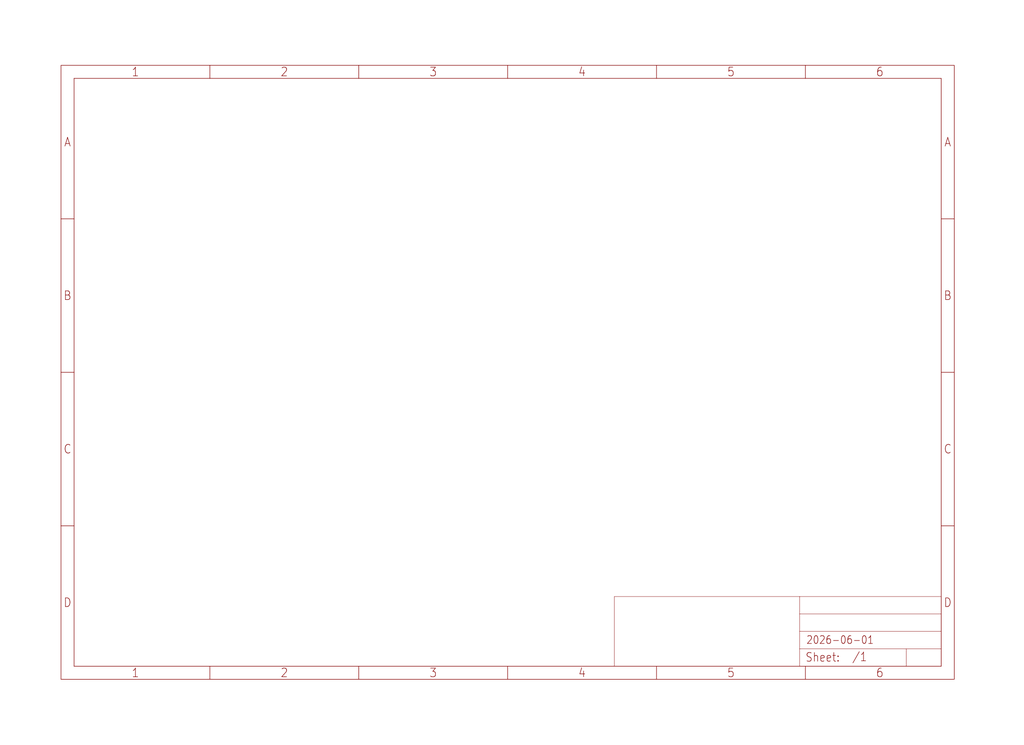
<source format=kicad_sch>
(kicad_sch (version 20231120) (generator "eeschema") (generator_version "8.0")
  (paper "User" 298.45 217.322)
  (lib_symbols
    (symbol "solenoid valve2020-eagle-import:A4L-LOC"
      (symbol "A4L-LOC_1_0"
        (polyline (pts (xy 0 44.7675) (xy 3.81 44.7675)))
        (polyline (pts (xy 0 89.535) (xy 3.81 89.535)))
        (polyline (pts (xy 0 134.3025) (xy 3.81 134.3025)))
        (polyline (pts (xy 3.81 3.81) (xy 3.81 175.26)))
        (polyline (pts (xy 43.3917 0) (xy 43.3917 3.81)))
        (polyline (pts (xy 43.3917 175.26) (xy 43.3917 179.07)))
        (polyline (pts (xy 86.7833 0) (xy 86.7833 3.81)))
        (polyline (pts (xy 86.7833 175.26) (xy 86.7833 179.07)))
        (polyline (pts (xy 130.175 0) (xy 130.175 3.81)))
        (polyline (pts (xy 130.175 175.26) (xy 130.175 179.07)))
        (polyline (pts (xy 161.29 3.81) (xy 161.29 24.13)) (stroke (width 0.1016)))
        (polyline (pts (xy 161.29 24.13) (xy 215.265 24.13)) (stroke (width 0.1016)))
        (polyline (pts (xy 173.5667 0) (xy 173.5667 3.81)))
        (polyline (pts (xy 173.5667 175.26) (xy 173.5667 179.07)))
        (polyline (pts (xy 215.265 8.89) (xy 215.265 3.81)) (stroke (width 0.1016)))
        (polyline (pts (xy 215.265 8.89) (xy 215.265 13.97)) (stroke (width 0.1016)))
        (polyline (pts (xy 215.265 13.97) (xy 215.265 19.05)) (stroke (width 0.1016)))
        (polyline (pts (xy 215.265 13.97) (xy 256.54 13.97)) (stroke (width 0.1016)))
        (polyline (pts (xy 215.265 19.05) (xy 215.265 24.13)) (stroke (width 0.1016)))
        (polyline (pts (xy 215.265 19.05) (xy 256.54 19.05)) (stroke (width 0.1016)))
        (polyline (pts (xy 215.265 24.13) (xy 256.54 24.13)) (stroke (width 0.1016)))
        (polyline (pts (xy 216.9583 0) (xy 216.9583 3.81)))
        (polyline (pts (xy 216.9583 175.26) (xy 216.9583 179.07)))
        (polyline (pts (xy 246.38 3.81) (xy 246.38 8.89)) (stroke (width 0.1016)))
        (polyline (pts (xy 246.38 8.89) (xy 215.265 8.89)) (stroke (width 0.1016)))
        (polyline (pts (xy 246.38 8.89) (xy 256.54 8.89)) (stroke (width 0.1016)))
        (polyline (pts (xy 256.54 3.81) (xy 3.81 3.81)))
        (polyline (pts (xy 256.54 3.81) (xy 256.54 8.89)) (stroke (width 0.1016)))
        (polyline (pts (xy 256.54 3.81) (xy 256.54 175.26)))
        (polyline (pts (xy 256.54 8.89) (xy 256.54 13.97)) (stroke (width 0.1016)))
        (polyline (pts (xy 256.54 13.97) (xy 256.54 19.05)) (stroke (width 0.1016)))
        (polyline (pts (xy 256.54 19.05) (xy 256.54 24.13)) (stroke (width 0.1016)))
        (polyline (pts (xy 256.54 44.7675) (xy 260.35 44.7675)))
        (polyline (pts (xy 256.54 89.535) (xy 260.35 89.535)))
        (polyline (pts (xy 256.54 134.3025) (xy 260.35 134.3025)))
        (polyline (pts (xy 256.54 175.26) (xy 3.81 175.26)))
        (polyline (pts (xy 0 0) (xy 260.35 0) (xy 260.35 179.07) (xy 0 179.07) (xy 0 0)))
        (text "${#}/${##}" (at 230.505 5.08 0) (effects (font (size 2.54 2.159)) (justify left bottom)))
        (text "${CURRENT_DATE}" (at 217.17 10.16 0) (effects (font (size 2.286 1.9431)) (justify left bottom)))
        (text "${PROJECTNAME}" (at 217.17 15.24 0) (effects (font (size 2.54 2.159)) (justify left bottom)))
        (text "1" (at 21.6958 1.905 0) (effects (font (size 2.54 2.286))))
        (text "1" (at 21.6958 177.165 0) (effects (font (size 2.54 2.286))))
        (text "2" (at 65.0875 1.905 0) (effects (font (size 2.54 2.286))))
        (text "2" (at 65.0875 177.165 0) (effects (font (size 2.54 2.286))))
        (text "3" (at 108.4792 1.905 0) (effects (font (size 2.54 2.286))))
        (text "3" (at 108.4792 177.165 0) (effects (font (size 2.54 2.286))))
        (text "4" (at 151.8708 1.905 0) (effects (font (size 2.54 2.286))))
        (text "4" (at 151.8708 177.165 0) (effects (font (size 2.54 2.286))))
        (text "5" (at 195.2625 1.905 0) (effects (font (size 2.54 2.286))))
        (text "5" (at 195.2625 177.165 0) (effects (font (size 2.54 2.286))))
        (text "6" (at 238.6542 1.905 0) (effects (font (size 2.54 2.286))))
        (text "6" (at 238.6542 177.165 0) (effects (font (size 2.54 2.286))))
        (text "A" (at 1.905 156.6863 0) (effects (font (size 2.54 2.286))))
        (text "A" (at 258.445 156.6863 0) (effects (font (size 2.54 2.286))))
        (text "B" (at 1.905 111.9188 0) (effects (font (size 2.54 2.286))))
        (text "B" (at 258.445 111.9188 0) (effects (font (size 2.54 2.286))))
        (text "C" (at 1.905 67.1513 0) (effects (font (size 2.54 2.286))))
        (text "C" (at 258.445 67.1513 0) (effects (font (size 2.54 2.286))))
        (text "D" (at 1.905 22.3838 0) (effects (font (size 2.54 2.286))))
        (text "D" (at 258.445 22.3838 0) (effects (font (size 2.54 2.286))))
        (text "Sheet:" (at 216.916 4.953 0) (effects (font (size 2.54 2.159)) (justify left bottom)))
      )
    )
  )
  (symbol (lib_id "solenoid valve2020-eagle-import:A4L-LOC") (at 17.78 198.12 0) (unit 1)
    (property "Reference" "#FRAME2" (effects (hide yes)))
    (property "Value" "A4L-LOC" (effects (hide yes)))
  )
)
</source>
